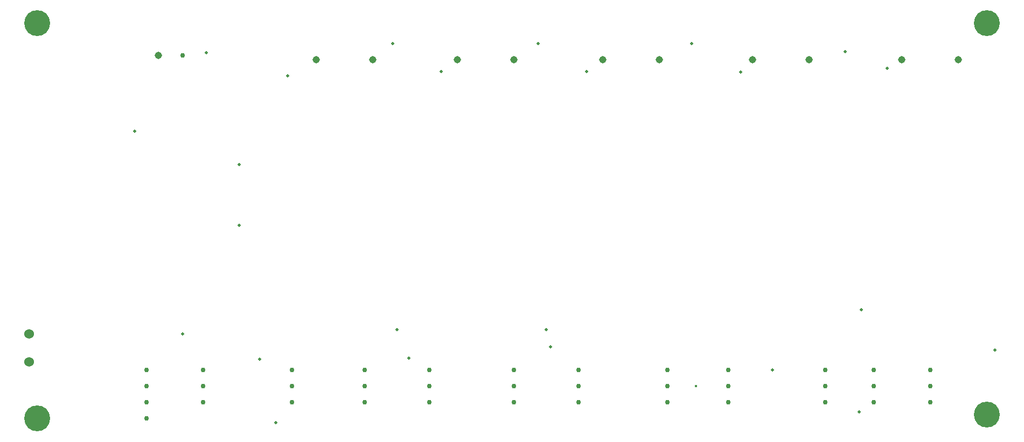
<source format=gbr>
G04 PROTEUS GERBER X2 FILE*
%TF.GenerationSoftware,Labcenter,Proteus,8.7-SP3-Build25561*%
%TF.CreationDate,2021-05-23T19:28:46+00:00*%
%TF.FileFunction,Plated,1,6,PTH*%
%TF.FilePolarity,Positive*%
%TF.Part,Single*%
%TF.SameCoordinates,{ce74c1e3-353a-4a96-b4f4-cabdf69041bd}*%
%FSLAX45Y45*%
%MOMM*%
G01*
%TA.AperFunction,ViaDrill*%
%ADD138C,0.381000*%
%ADD139C,0.508000*%
%TA.AperFunction,ComponentDrill*%
%ADD140C,1.524000*%
%ADD141C,1.143000*%
%ADD142C,0.762000*%
%TA.AperFunction,OtherDrill,Unknown*%
%ADD143C,4.064000*%
%TD.AperFunction*%
D138*
X+1145382Y-2682923D03*
D139*
X-1270000Y-2413000D03*
X+6032500Y-2095500D03*
X+1079500Y-2413000D03*
X+1143584Y-2681125D03*
D138*
X-3424759Y-2876572D03*
X+3429000Y-3302000D03*
D139*
X+4635500Y-3048000D03*
X+5995294Y-3705851D03*
X+8128000Y-2730500D03*
X-2984500Y+1587500D03*
X-571500Y+1651000D03*
X+1714500Y+1651000D03*
X+4134346Y+1645009D03*
X+5778500Y+1968500D03*
X+6437156Y+1707029D03*
X+3365500Y+2095500D03*
X+952500Y+2095500D03*
X-1333500Y+2095500D03*
X-4635500Y-2476500D03*
X-3429000Y-2876572D03*
X-3175000Y-3873500D03*
X-3749845Y-768079D03*
X-3746500Y+190500D03*
X-4263961Y+1955083D03*
X-5394560Y+718686D03*
X-1079500Y-2857500D03*
D140*
X-7048500Y-2476500D03*
X-7048500Y-2921000D03*
D141*
X-1651000Y+1841500D03*
D142*
X-2921000Y-3556000D03*
X-2921000Y-3048000D03*
X-2921000Y-3302000D03*
D141*
X+571500Y+1841500D03*
D142*
X-762000Y-3556000D03*
X-762000Y-3302000D03*
X-762000Y-3048000D03*
X+1587500Y-3302000D03*
X+1587500Y-3556000D03*
X+1587500Y-3048000D03*
D141*
X+2857500Y+1841500D03*
D142*
X+3937000Y-3556000D03*
X+6223000Y-3556000D03*
X+3937000Y-3048000D03*
X+6223000Y-3048000D03*
X+3937000Y-3302000D03*
X+6223000Y-3302000D03*
D141*
X+5207000Y+1841500D03*
X+7556500Y+1841500D03*
D142*
X+7112000Y-3302000D03*
X+5461000Y-3302000D03*
X+2984500Y-3302000D03*
X+571500Y-3302000D03*
X-1778000Y-3302000D03*
X+7112000Y-3556000D03*
X+5461000Y-3556000D03*
X+2984500Y-3556000D03*
X+571500Y-3556000D03*
X-1778000Y-3556000D03*
X+7112000Y-3048000D03*
X+5461000Y-3048000D03*
X+2984500Y-3048000D03*
X+571500Y-3048000D03*
X-1778000Y-3048000D03*
D141*
X+6667500Y+1841500D03*
X+4318000Y+1841500D03*
X+1968500Y+1841500D03*
X-317500Y+1841500D03*
X-2540000Y+1841500D03*
X-5016500Y+1905000D03*
D142*
X-4318000Y-3556000D03*
X-4318000Y-3048000D03*
X-4318000Y-3302000D03*
D143*
X-6921500Y-3810000D03*
X-6921500Y+2413000D03*
X+8001000Y+2413000D03*
X+8001000Y-3746500D03*
D142*
X-5207000Y-3048000D03*
X-5207000Y-3302000D03*
X-5207000Y-3556000D03*
X-5207000Y-3810000D03*
X-4635500Y+1905000D03*
M02*

</source>
